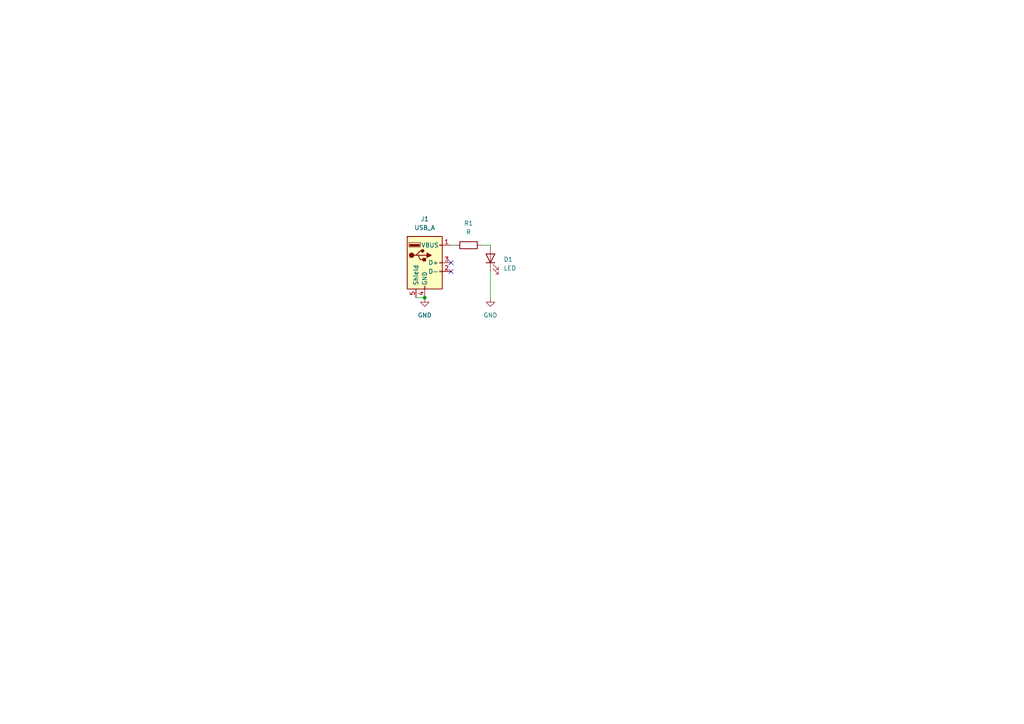
<source format=kicad_sch>
(kicad_sch (version 20231120) (generator "eeschema") (generator_version "8.0")
  (paper "A4")
  (lib_symbols
    (symbol "Connector:USB_A" (pin_names (offset 1.016))
      (property "Reference" "J" (at -5.08 11.43 0))
      (property "Value" "USB_A" (at -5.08 8.89 0))
      (symbol "USB_A_0_1"
        (rectangle (start -5.08 -7.62) (end 5.08 7.62) (stroke (width 0.254)) (fill (type background)))
        (circle (center -3.81 2.159) (radius 0.635) (stroke (width 0.254)) (fill (type outline)))
        (rectangle (start -1.524 4.826) (end -4.318 5.334) (fill (type outline)))
        (rectangle (start -1.27 4.572) (end -4.572 5.842))
        (circle (center -0.635 3.429) (radius 0.381) (stroke (width 0.254)) (fill (type outline)))
        (rectangle (start -0.127 -7.62) (end 0.127 -6.858))
        (polyline (pts (xy -3.175 2.159) (xy -2.54 2.159) (xy -1.27 3.429) (xy -0.635 3.429)) (stroke (width 0.254)))
        (polyline (pts (xy -2.54 2.159) (xy -1.905 2.159) (xy -1.27 0.889) (xy 0 0.889)) (stroke (width 0.254)))
        (polyline (pts (xy 0.635 2.794) (xy 0.635 1.524) (xy 1.905 2.159) (xy 0.635 2.794)) (stroke (width 0.254)) (fill (type outline)))
        (rectangle (start 0.254 1.27) (end -0.508 0.508) (stroke (width 0.254)) (fill (type outline)))
        (rectangle (start 5.08 -2.667) (end 4.318 -2.413))
        (rectangle (start 5.08 -0.127) (end 4.318 0.127))
        (rectangle (start 5.08 4.953) (end 4.318 5.207))
      )
      (symbol "USB_A_1_1"
        (polyline (pts (xy -1.905 2.159) (xy 0.635 2.159)) (stroke (width 0.254)))
        (pin power_in line (at 7.62 5.08 180) (length 2.54) (name "VBUS") (number "1"))
        (pin bidirectional line (at 7.62 -2.54 180) (length 2.54) (name "D-") (number "2"))
        (pin bidirectional line (at 7.62 0 180) (length 2.54) (name "D+") (number "3"))
        (pin power_in line (at 0 -10.16 90) (length 2.54) (name "GND") (number "4"))
        (pin passive line (at -2.54 -10.16 90) (length 2.54) (name "Shield") (number "5"))
      )
    )
    (symbol "Device:LED" (pin_numbers hide) (pin_names (offset 1.016) hide)
      (property "Reference" "D" (at 0 2.54 0))
      (property "Value" "LED" (at 0 -2.54 0))
      (symbol "LED_0_1"
        (polyline (pts (xy -1.27 -1.27) (xy -1.27 1.27)) (stroke (width 0.254)))
        (polyline (pts (xy -1.27 0) (xy 1.27 0)))
        (polyline (pts (xy 1.27 -1.27) (xy 1.27 1.27) (xy -1.27 0) (xy 1.27 -1.27)) (stroke (width 0.254)))
        (polyline (pts (xy -3.048 -0.762) (xy -4.572 -2.286) (xy -3.81 -2.286) (xy -4.572 -2.286) (xy -4.572 -1.524)))
        (polyline (pts (xy -1.778 -0.762) (xy -3.302 -2.286) (xy -2.54 -2.286) (xy -3.302 -2.286) (xy -3.302 -1.524)))
      )
      (symbol "LED_1_1"
        (pin passive line (at -3.81 0 0) (length 2.54) (name "K") (number "1"))
        (pin passive line (at 3.81 0 180) (length 2.54) (name "A") (number "2"))
      )
    )
    (symbol "Device:R" (pin_numbers hide) (pin_names (offset 0))
      (property "Reference" "R" (at 2.032 0 90))
      (property "Value" "R" (at 0 0 90))
      (symbol "R_0_1"
        (rectangle (start -1.016 -2.54) (end 1.016 2.54) (stroke (width 0.254)))
      )
      (symbol "R_1_1"
        (pin passive line (at 0 3.81 270) (length 1.27) (name "~") (number "1"))
        (pin passive line (at 0 -3.81 90) (length 1.27) (name "~") (number "2"))
      )
    )
    (symbol "power:GND" (power) (pin_numbers hide) (pin_names (offset 0) hide)
      (property "Value" "GND" (at 0 -3.81 0))
      (symbol "GND_0_1"
        (polyline (pts (xy 0 0) (xy 0 -1.27) (xy 1.27 -1.27) (xy 0 -2.54) (xy -1.27 -1.27) (xy 0 -1.27)))
      )
      (symbol "GND_1_1"
        (pin power_in line (at 0 0 270) (length 0) (name "~") (number "1"))
      )
    )
  )
  (junction (at 123.19 86.36))
  (no_connect (at 130.81 78.74))
  (no_connect (at 130.81 76.2))
  (wire (pts (xy 130.81 71.12) (xy 132.08 71.12)))
  (wire (pts (xy 142.24 78.74) (xy 142.24 86.36)))
  (wire (pts (xy 139.7 71.12) (xy 142.24 71.12)))
  (wire (pts (xy 120.65 86.36) (xy 123.19 86.36)))
  (symbol (lib_id "power:GND") (at 142.24 86.36 0) (unit 1)
    (property "Reference" "#PWR01" (effects (hide yes)))
    (property "Value" "GND" (at 142.24 91.44 0))
    (property "Description" "Power symbol creates a global label with name \"GND\" , ground" (effects (hide yes)))
  )
  (symbol (lib_id "Connector:USB_A") (at 123.19 76.2 0) (unit 1)
    (property "Reference" "J1" (at 123.19 63.5 0))
    (property "Value" "USB_A" (at 123.19 66.04 0))
    (property "Footprint" "Connector_USB:USB_A_CONNFLY_DS1095-WNR0" (effects (hide yes)))
    (property "Description" "USB Type A connector" (effects (hide yes)))
  )
  (symbol (lib_id "power:GND") (at 123.19 86.36 0) (unit 1)
    (property "Reference" "#PWR02" (effects (hide yes)))
    (property "Value" "GND" (at 123.19 91.44 0))
    (property "Description" "Power symbol creates a global label with name \"GND\" , ground" (effects (hide yes)))
  )
  (symbol (lib_id "Device:LED") (at 142.24 74.93 90) (unit 1)
    (property "Reference" "D1" (at 146.05 75.2474 90) (effects (justify right)))
    (property "Value" "LED" (at 146.05 77.7874 90) (effects (justify right)))
    (property "Footprint" "LED_SMD:LED_0603_1608Metric_Pad1.05x0.95mm_HandSolder" (effects (hide yes)))
    (property "Description" "Light emitting diode" (effects (hide yes)))
  )
  (symbol (lib_id "Device:R") (at 135.89 71.12 270) (unit 1)
    (property "Reference" "R1" (at 135.89 64.77 90))
    (property "Value" "R" (at 135.89 67.31 90))
    (property "Footprint" "Resistor_SMD:R_0201_0603Metric" (effects (hide yes)))
    (property "Description" "Resistor" (effects (hide yes)))
  )
)
</source>
